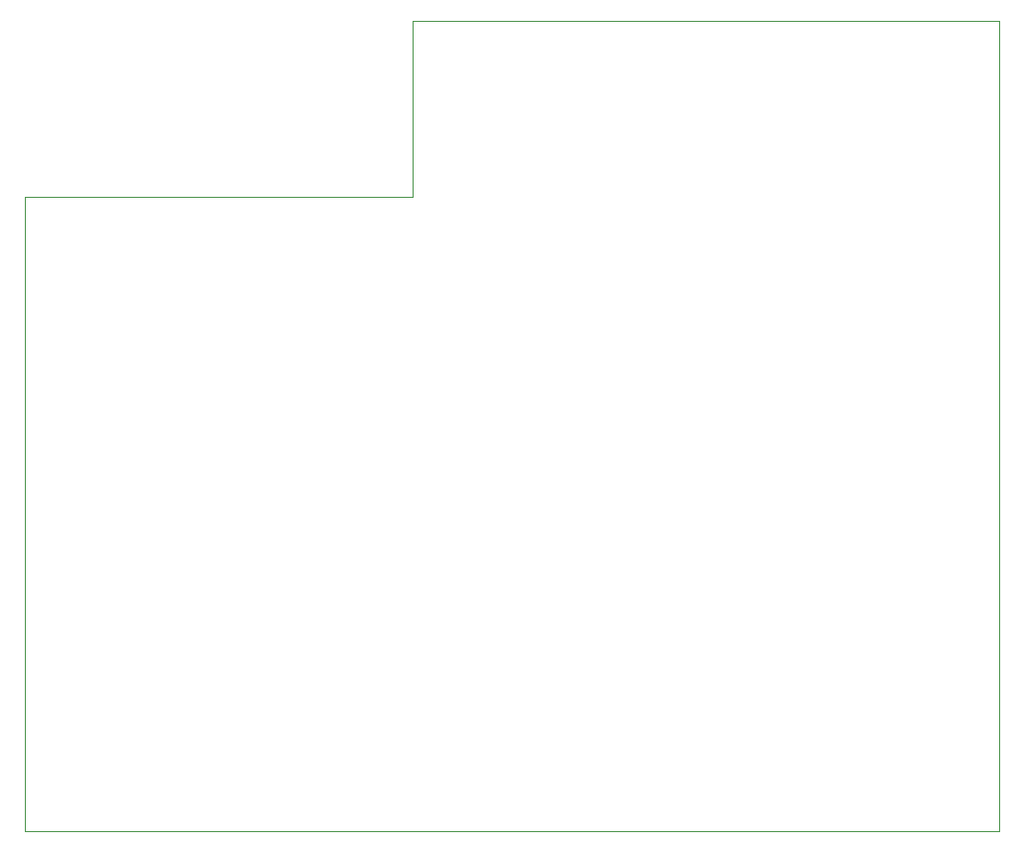
<source format=gm1>
G04 #@! TF.GenerationSoftware,KiCad,Pcbnew,8.0.5*
G04 #@! TF.CreationDate,2024-09-14T22:06:27+02:00*
G04 #@! TF.ProjectId,midi2cv,6d696469-3263-4762-9e6b-696361645f70,rev?*
G04 #@! TF.SameCoordinates,Original*
G04 #@! TF.FileFunction,Profile,NP*
%FSLAX46Y46*%
G04 Gerber Fmt 4.6, Leading zero omitted, Abs format (unit mm)*
G04 Created by KiCad (PCBNEW 8.0.5) date 2024-09-14 22:06:27*
%MOMM*%
%LPD*%
G01*
G04 APERTURE LIST*
G04 #@! TA.AperFunction,Profile*
%ADD10C,0.100000*%
G04 #@! TD*
G04 APERTURE END LIST*
D10*
X154000000Y-122000000D02*
X71000000Y-122000000D01*
X71000000Y-68000000D01*
X104000000Y-68000000D01*
X104000000Y-53000000D01*
X154000000Y-53000000D01*
X154000000Y-122000000D01*
M02*

</source>
